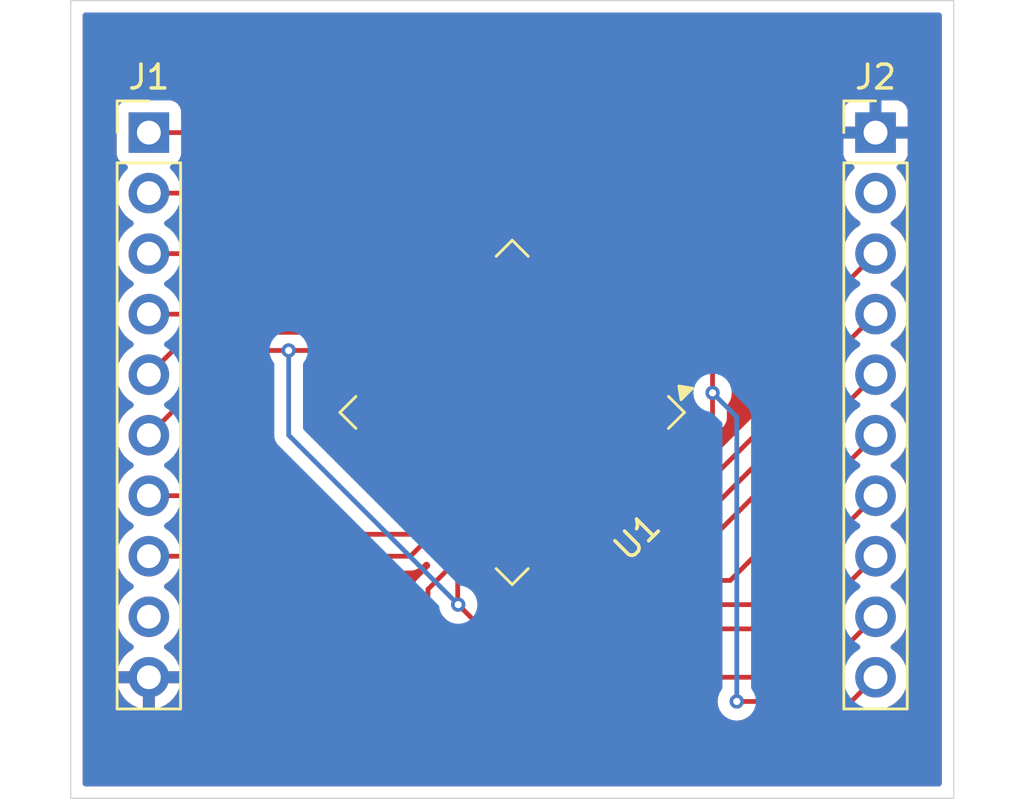
<source format=kicad_pcb>
(kicad_pcb (version 20240108) (generator "pcbnew") (generator_version "8.0")
  (layers (0 "F.Cu" signal) (31 "B.Cu" signal) (34 "B.Paste" user) (35 "F.Paste" user) (36 "B.SilkS" user "B.Silkscreen") (37 "F.SilkS" user "F.Silkscreen") (38 "B.Mask" user) (39 "F.Mask" user) (44 "Edge.Cuts" user))
  (net 0 "")
  (net 47 "/USART3_TX")
  (net 48 "/USART1_TX")
  (net 49 "/USART3_RX")
  (net 50 "/V_CAP")
  (net 51 "/BOOT1")
  (net 52 "/VSS")
  (net 53 "/NRST")
  (net 54 "/USART1_RX")
  (net 55 "/VDD")
  (net 56 "/SWDIO")
  (net 57 "/SWCLK")
  (net 58 "/SWO")
  (net 59 "/USART3_RX_")
  (net 60 "/BOOT0")
  (net 61 "/USART3_TX_")
  (footprint "Connector_PinHeader_2.54mm:PinHeader_1x10_P2.54mm_Vertical" (layer "F.Cu") (at 48.26 165.1)
    (property "Reference" "J2" (at 0 -2.33 0) (layer "F.SilkS"))
    (property "Value" "Conn_01x10_Pin")
    (fp_line (start -1.33 -1.33) (end 0 -1.33) (stroke (width 0.12)) (layer "F.SilkS"))
    (fp_line (start -1.33 0) (end -1.33 -1.33) (stroke (width 0.12)) (layer "F.SilkS"))
    (fp_line (start -1.33 1.27) (end -1.33 24.19) (stroke (width 0.12)) (layer "F.SilkS"))
    (fp_line (start -1.33 1.27) (end 1.33 1.27) (stroke (width 0.12)) (layer "F.SilkS"))
    (fp_line (start -1.33 24.19) (end 1.33 24.19) (stroke (width 0.12)) (layer "F.SilkS"))
    (fp_line (start 1.33 1.27) (end 1.33 24.19) (stroke (width 0.12)) (layer "F.SilkS"))
    (pad "1" thru_hole rect (at 0 0) (size 1.7 1.7) (drill 1) (layers "*.Cu" "*.Mask") (net 52 "/VSS"))
    (pad "2" thru_hole oval (at 0 2.54) (size 1.7 1.7) (drill 1) (layers "*.Cu" "*.Mask"))
    (pad "3" thru_hole oval (at 0 5.08) (size 1.7 1.7) (drill 1) (layers "*.Cu" "*.Mask") (net 60 "/BOOT0"))
    (pad "4" thru_hole oval (at 0 7.62) (size 1.7 1.7) (drill 1) (layers "*.Cu" "*.Mask") (net 58 "/SWO"))
    (pad "5" thru_hole oval (at 0 10.16) (size 1.7 1.7) (drill 1) (layers "*.Cu" "*.Mask") (net 59 "/USART3_RX_"))
    (pad "6" thru_hole oval (at 0 12.7) (size 1.7 1.7) (drill 1) (layers "*.Cu" "*.Mask") (net 61 "/USART3_TX_"))
    (pad "7" thru_hole oval (at 0 15.24) (size 1.7 1.7) (drill 1) (layers "*.Cu" "*.Mask") (net 57 "/SWCLK"))
    (pad "8" thru_hole oval (at 0 17.78) (size 1.7 1.7) (drill 1) (layers "*.Cu" "*.Mask") (net 50 "/V_CAP"))
    (pad "9" thru_hole oval (at 0 20.32) (size 1.7 1.7) (drill 1) (layers "*.Cu" "*.Mask") (net 56 "/SWDIO"))
    (pad "10" thru_hole oval (at 0 22.86) (size 1.7 1.7) (drill 1) (layers "*.Cu" "*.Mask") (net 55 "/VDD"))
  )
  (footprint "Connector_PinHeader_2.54mm:PinHeader_1x10_P2.54mm_Vertical" (layer "F.Cu") (at 17.78 165.1)
    (property "Reference" "J1" (at 0 -2.33 0) (layer "F.SilkS"))
    (property "Value" "Conn_01x10_Pin")
    (fp_line (start -1.33 -1.33) (end 0 -1.33) (stroke (width 0.12)) (layer "F.SilkS"))
    (fp_line (start -1.33 0) (end -1.33 -1.33) (stroke (width 0.12)) (layer "F.SilkS"))
    (fp_line (start -1.33 1.27) (end -1.33 24.19) (stroke (width 0.12)) (layer "F.SilkS"))
    (fp_line (start -1.33 1.27) (end 1.33 1.27) (stroke (width 0.12)) (layer "F.SilkS"))
    (fp_line (start -1.33 24.19) (end 1.33 24.19) (stroke (width 0.12)) (layer "F.SilkS"))
    (fp_line (start 1.33 1.27) (end 1.33 24.19) (stroke (width 0.12)) (layer "F.SilkS"))
    (pad "1" thru_hole rect (at 0 0) (size 1.7 1.7) (drill 1) (layers "*.Cu" "*.Mask") (net 55 "/VDD"))
    (pad "2" thru_hole oval (at 0 2.54) (size 1.7 1.7) (drill 1) (layers "*.Cu" "*.Mask") (net 53 "/NRST"))
    (pad "3" thru_hole oval (at 0 5.08) (size 1.7 1.7) (drill 1) (layers "*.Cu" "*.Mask") (net 51 "/BOOT1"))
    (pad "4" thru_hole oval (at 0 7.62) (size 1.7 1.7) (drill 1) (layers "*.Cu" "*.Mask") (net 47 "/USART3_TX"))
    (pad "5" thru_hole oval (at 0 10.16) (size 1.7 1.7) (drill 1) (layers "*.Cu" "*.Mask") (net 49 "/USART3_RX"))
    (pad "6" thru_hole oval (at 0 12.7) (size 1.7 1.7) (drill 1) (layers "*.Cu" "*.Mask") (net 50 "/V_CAP"))
    (pad "7" thru_hole oval (at 0 15.24) (size 1.7 1.7) (drill 1) (layers "*.Cu" "*.Mask") (net 48 "/USART1_TX"))
    (pad "8" thru_hole oval (at 0 17.78) (size 1.7 1.7) (drill 1) (layers "*.Cu" "*.Mask") (net 54 "/USART1_RX"))
    (pad "9" thru_hole oval (at 0 20.32) (size 1.7 1.7) (drill 1) (layers "*.Cu" "*.Mask"))
    (pad "10" thru_hole oval (at 0 22.86) (size 1.7 1.7) (drill 1) (layers "*.Cu" "*.Mask") (net 52 "/VSS"))
  )
  (footprint "Package_QFP:LQFP-64_10x10mm_P0.5mm" (layer "F.Cu") (at 33.02 176.844481 -135)
    (property "Reference" "U1" (at 0 -7.4 45) (layer "F.SilkS"))
    (property "Value" "STM32F205RETx")
    (fp_line (start 5.11 5.11) (end 5.11 4.16) (stroke (width 0.12)) (layer "F.SilkS"))
    (fp_line (start 4.16 5.11) (end 5.11 5.11) (stroke (width 0.12)) (layer "F.SilkS"))
    (fp_line (start -4.16 5.11) (end -5.11 5.11) (stroke (width 0.12)) (layer "F.SilkS"))
    (fp_line (start -5.11 5.11) (end -5.11 4.16) (stroke (width 0.12)) (layer "F.SilkS"))
    (fp_line (start 5.11 -5.11) (end 5.11 -4.16) (stroke (width 0.12)) (layer "F.SilkS"))
    (fp_line (start 4.16 -5.11) (end 5.11 -5.11) (stroke (width 0.12)) (layer "F.SilkS"))
    (fp_line (start -4.16 -5.11) (end -5.11 -5.11) (stroke (width 0.12)) (layer "F.SilkS"))
    (fp_line (start -5.11 -5.11) (end -5.11 -4.16) (stroke (width 0.12)) (layer "F.SilkS"))
    (fp_poly (pts (xy -5.725 -4.16) (xy -6.065 -4.63) (xy -5.385 -4.629999) (xy -5.725 -4.16)) (stroke (width 0.12)) (fill solid) (layer "F.SilkS"))
    (pad "1" smd roundrect (at -5.675 -3.749999 225) (size 1.55 0.3) (layers "F.Cu" "F.Paste" "F.Mask"))
    (pad "2" smd roundrect (at -5.675 -3.25 225) (size 1.55 0.3) (layers "F.Cu" "F.Paste" "F.Mask"))
    (pad "3" smd roundrect (at -5.675 -2.75 225) (size 1.55 0.3) (layers "F.Cu" "F.Paste" "F.Mask"))
    (pad "4" smd roundrect (at -5.675 -2.25 225) (size 1.55 0.3) (layers "F.Cu" "F.Paste" "F.Mask"))
    (pad "5" smd roundrect (at -5.675 -1.75 225) (size 1.55 0.3) (layers "F.Cu" "F.Paste" "F.Mask"))
    (pad "6" smd roundrect (at -5.675 -1.249999 225) (size 1.55 0.3) (layers "F.Cu" "F.Paste" "F.Mask"))
    (pad "7" smd roundrect (at -5.675 -0.75 225) (size 1.55 0.3) (layers "F.Cu" "F.Paste" "F.Mask") (net 53 "/NRST"))
    (pad "8" smd roundrect (at -5.675 -0.25 225) (size 1.55 0.3) (layers "F.Cu" "F.Paste" "F.Mask"))
    (pad "9" smd roundrect (at -5.675 0.25 225) (size 1.55 0.3) (layers "F.Cu" "F.Paste" "F.Mask"))
    (pad "10" smd roundrect (at -5.675 0.75 225) (size 1.55 0.3) (layers "F.Cu" "F.Paste" "F.Mask"))
    (pad "11" smd roundrect (at -5.675 1.249999 225) (size 1.55 0.3) (layers "F.Cu" "F.Paste" "F.Mask"))
    (pad "12" smd roundrect (at -5.675 1.75 225) (size 1.55 0.3) (layers "F.Cu" "F.Paste" "F.Mask"))
    (pad "13" smd roundrect (at -5.675 2.25 225) (size 1.55 0.3) (layers "F.Cu" "F.Paste" "F.Mask"))
    (pad "14" smd roundrect (at -5.675 2.75 225) (size 1.55 0.3) (layers "F.Cu" "F.Paste" "F.Mask"))
    (pad "15" smd roundrect (at -5.675 3.25 225) (size 1.55 0.3) (layers "F.Cu" "F.Paste" "F.Mask"))
    (pad "16" smd roundrect (at -5.675 3.749999 225) (size 1.55 0.3) (layers "F.Cu" "F.Paste" "F.Mask"))
    (pad "17" smd roundrect (at -3.749999 5.675 225) (size 0.3 1.55) (layers "F.Cu" "F.Paste" "F.Mask"))
    (pad "18" smd roundrect (at -3.25 5.675 225) (size 0.3 1.55) (layers "F.Cu" "F.Paste" "F.Mask") (net 52 "/VSS"))
    (pad "19" smd roundrect (at -2.75 5.675 225) (size 0.3 1.55) (layers "F.Cu" "F.Paste" "F.Mask") (net 55 "/VDD"))
    (pad "20" smd roundrect (at -2.25 5.675 225) (size 0.3 1.55) (layers "F.Cu" "F.Paste" "F.Mask"))
    (pad "21" smd roundrect (at -1.75 5.675 225) (size 0.3 1.55) (layers "F.Cu" "F.Paste" "F.Mask"))
    (pad "22" smd roundrect (at -1.249999 5.675 225) (size 0.3 1.55) (layers "F.Cu" "F.Paste" "F.Mask"))
    (pad "23" smd roundrect (at -0.75 5.675 225) (size 0.3 1.55) (layers "F.Cu" "F.Paste" "F.Mask"))
    (pad "24" smd roundrect (at -0.25 5.675 225) (size 0.3 1.55) (layers "F.Cu" "F.Paste" "F.Mask"))
    (pad "25" smd roundrect (at 0.25 5.675 225) (size 0.3 1.55) (layers "F.Cu" "F.Paste" "F.Mask"))
    (pad "26" smd roundrect (at 0.75 5.675 225) (size 0.3 1.55) (layers "F.Cu" "F.Paste" "F.Mask"))
    (pad "27" smd roundrect (at 1.249999 5.675 225) (size 0.3 1.55) (layers "F.Cu" "F.Paste" "F.Mask"))
    (pad "28" smd roundrect (at 1.75 5.675 225) (size 0.3 1.55) (layers "F.Cu" "F.Paste" "F.Mask") (net 51 "/BOOT1"))
    (pad "29" smd roundrect (at 2.25 5.675 225) (size 0.3 1.55) (layers "F.Cu" "F.Paste" "F.Mask") (net 47 "/USART3_TX"))
    (pad "30" smd roundrect (at 2.75 5.675 225) (size 0.3 1.55) (layers "F.Cu" "F.Paste" "F.Mask") (net 49 "/USART3_RX"))
    (pad "31" smd roundrect (at 3.25 5.675 225) (size 0.3 1.55) (layers "F.Cu" "F.Paste" "F.Mask") (net 50 "/V_CAP"))
    (pad "32" smd roundrect (at 3.749999 5.675 225) (size 0.3 1.55) (layers "F.Cu" "F.Paste" "F.Mask") (net 55 "/VDD"))
    (pad "33" smd roundrect (at 5.675 3.749999 225) (size 1.55 0.3) (layers "F.Cu" "F.Paste" "F.Mask"))
    (pad "34" smd roundrect (at 5.675 3.25 225) (size 1.55 0.3) (layers "F.Cu" "F.Paste" "F.Mask"))
    (pad "35" smd roundrect (at 5.675 2.75 225) (size 1.55 0.3) (layers "F.Cu" "F.Paste" "F.Mask"))
    (pad "36" smd roundrect (at 5.675 2.25 225) (size 1.55 0.3) (layers "F.Cu" "F.Paste" "F.Mask"))
    (pad "37" smd roundrect (at 5.675 1.75 225) (size 1.55 0.3) (layers "F.Cu" "F.Paste" "F.Mask"))
    (pad "38" smd roundrect (at 5.675 1.249999 225) (size 1.55 0.3) (layers "F.Cu" "F.Paste" "F.Mask"))
    (pad "39" smd roundrect (at 5.675 0.75 225) (size 1.55 0.3) (layers "F.Cu" "F.Paste" "F.Mask"))
    (pad "40" smd roundrect (at 5.675 0.25 225) (size 1.55 0.3) (layers "F.Cu" "F.Paste" "F.Mask"))
    (pad "41" smd roundrect (at 5.675 -0.25 225) (size 1.55 0.3) (layers "F.Cu" "F.Paste" "F.Mask"))
    (pad "42" smd roundrect (at 5.675 -0.75 225) (size 1.55 0.3) (layers "F.Cu" "F.Paste" "F.Mask") (net 48 "/USART1_TX"))
    (pad "43" smd roundrect (at 5.675 -1.249999 225) (size 1.55 0.3) (layers "F.Cu" "F.Paste" "F.Mask") (net 54 "/USART1_RX"))
    (pad "44" smd roundrect (at 5.675 -1.75 225) (size 1.55 0.3) (layers "F.Cu" "F.Paste" "F.Mask"))
    (pad "45" smd roundrect (at 5.675 -2.25 225) (size 1.55 0.3) (layers "F.Cu" "F.Paste" "F.Mask"))
    (pad "46" smd roundrect (at 5.675 -2.75 225) (size 1.55 0.3) (layers "F.Cu" "F.Paste" "F.Mask") (net 56 "/SWDIO"))
    (pad "47" smd roundrect (at 5.675 -3.25 225) (size 1.55 0.3) (layers "F.Cu" "F.Paste" "F.Mask") (net 50 "/V_CAP"))
    (pad "48" smd roundrect (at 5.675 -3.749999 225) (size 1.55 0.3) (layers "F.Cu" "F.Paste" "F.Mask") (net 55 "/VDD"))
    (pad "49" smd roundrect (at 3.749999 -5.675 225) (size 0.3 1.55) (layers "F.Cu" "F.Paste" "F.Mask") (net 57 "/SWCLK"))
    (pad "50" smd roundrect (at 3.25 -5.675 225) (size 0.3 1.55) (layers "F.Cu" "F.Paste" "F.Mask"))
    (pad "51" smd roundrect (at 2.75 -5.675 225) (size 0.3 1.55) (layers "F.Cu" "F.Paste" "F.Mask") (net 61 "/USART3_TX_"))
    (pad "52" smd roundrect (at 2.25 -5.675 225) (size 0.3 1.55) (layers "F.Cu" "F.Paste" "F.Mask") (net 59 "/USART3_RX_"))
    (pad "53" smd roundrect (at 1.75 -5.675 225) (size 0.3 1.55) (layers "F.Cu" "F.Paste" "F.Mask"))
    (pad "54" smd roundrect (at 1.249999 -5.675 225) (size 0.3 1.55) (layers "F.Cu" "F.Paste" "F.Mask"))
    (pad "55" smd roundrect (at 0.75 -5.675 225) (size 0.3 1.55) (layers "F.Cu" "F.Paste" "F.Mask") (net 58 "/SWO"))
    (pad "56" smd roundrect (at 0.25 -5.675 225) (size 0.3 1.55) (layers "F.Cu" "F.Paste" "F.Mask"))
    (pad "57" smd roundrect (at -0.25 -5.675 225) (size 0.3 1.55) (layers "F.Cu" "F.Paste" "F.Mask"))
    (pad "58" smd roundrect (at -0.75 -5.675 225) (size 0.3 1.55) (layers "F.Cu" "F.Paste" "F.Mask"))
    (pad "59" smd roundrect (at -1.249999 -5.675 225) (size 0.3 1.55) (layers "F.Cu" "F.Paste" "F.Mask"))
    (pad "60" smd roundrect (at -1.75 -5.675 225) (size 0.3 1.55) (layers "F.Cu" "F.Paste" "F.Mask") (net 60 "/BOOT0"))
    (pad "61" smd roundrect (at -2.25 -5.675 225) (size 0.3 1.55) (layers "F.Cu" "F.Paste" "F.Mask"))
    (pad "62" smd roundrect (at -2.75 -5.675 225) (size 0.3 1.55) (layers "F.Cu" "F.Paste" "F.Mask"))
    (pad "63" smd roundrect (at -3.25 -5.675 225) (size 0.3 1.55) (layers "F.Cu" "F.Paste" "F.Mask") (net 52 "/VSS"))
    (pad "64" smd roundrect (at -3.749999 -5.675 225) (size 0.3 1.55) (layers "F.Cu" "F.Paste" "F.Mask") (net 55 "/VDD"))
  )
  (gr_rect (start 14.5 159.559456) (end 51.54 193.04) (stroke (width 0.05)) (fill none) (layer "Edge.Cuts"))
  (segment (start 27.416179 174.42264) (end 25.713539 172.72) (width 0.2) (layer "F.Cu") (net 47))
  (segment (start 25.713539 172.72) (end 17.78 172.72) (width 0.2) (layer "F.Cu") (net 47))
  (segment (start 23.230566 181.958566) (end 21.612 180.34) (width 0.2) (layer "F.Cu") (net 48))
  (segment (start 21.612 180.34) (end 17.78 180.34) (width 0.2) (layer "F.Cu") (net 48))
  (segment (start 28.966575 181.958566) (end 23.230566 181.958566) (width 0.2) (layer "F.Cu") (net 48))
  (segment (start 29.537499 181.387642) (end 28.966575 181.958566) (width 0.2) (layer "F.Cu") (net 48))
  (segment (start 27.062625 174.776194) (end 25.768431 173.482) (width 0.2) (layer "F.Cu") (net 49))
  (segment (start 19.558 173.482) (end 17.78 175.26) (width 0.2) (layer "F.Cu") (net 49))
  (segment (start 25.768431 173.482) (end 19.558 173.482) (width 0.2) (layer "F.Cu") (net 49))
  (segment (start 30.734342 184.890342) (end 31.772 185.928) (width 0.2) (layer "F.Cu") (net 50))
  (segment (start 21.336 174.244) (end 17.78 177.8) (width 0.2) (layer "F.Cu") (net 50))
  (segment (start 45.212 185.928) (end 48.26 182.88) (width 0.2) (layer "F.Cu") (net 50))
  (segment (start 31.772 185.928) (end 45.212 185.928) (width 0.2) (layer "F.Cu") (net 50))
  (segment (start 30.734342 183.726333) (end 30.734342 184.890342) (width 0.2) (layer "F.Cu") (net 50))
  (segment (start 26.709072 175.129747) (end 25.823325 174.244) (width 0.2) (layer "F.Cu") (net 50))
  (segment (start 31.305266 183.155409) (end 30.734342 183.726333) (width 0.2) (layer "F.Cu") (net 50))
  (segment (start 25.823325 174.244) (end 23.644 174.244) (width 0.2) (layer "F.Cu") (net 50))
  (segment (start 23.644 174.244) (end 21.336 174.244) (width 0.2) (layer "F.Cu") (net 50))
  (via (at 23.644 174.244) (size 0.6) (drill 0.3) (layers "F.Cu" "B.Cu") (net 50))
  (via (at 30.756 184.912) (size 0.6) (drill 0.3) (layers "F.Cu" "B.Cu") (net 50))
  (segment (start 23.644 177.8) (end 30.756 184.912) (width 0.2) (layer "B.Cu") (net 50))
  (segment (start 23.644 174.244) (end 23.644 177.8) (width 0.2) (layer "B.Cu") (net 50))
  (segment (start 23.880645 170.18) (end 17.78 170.18) (width 0.2) (layer "F.Cu") (net 51))
  (segment (start 27.769732 174.069087) (end 23.880645 170.18) (width 0.2) (layer "F.Cu") (net 51))
  (segment (start 38.134085 172.791056) (end 38.134085 168.414085) (width 0.2) (layer "F.Cu") (net 53))
  (segment (start 38.134085 168.414085) (end 37.36 167.64) (width 0.2) (layer "F.Cu") (net 53))
  (segment (start 37.36 167.64) (end 17.78 167.64) (width 0.2) (layer "F.Cu") (net 53))
  (segment (start 37.563161 173.36198) (end 38.134085 172.791056) (width 0.2) (layer "F.Cu") (net 53))
  (segment (start 28.752247 182.88) (end 29.891052 181.741195) (width 0.2) (layer "F.Cu") (net 54))
  (segment (start 17.78 182.88) (end 28.752247 182.88) (width 0.2) (layer "F.Cu") (net 54))
  (segment (start 47.244 188.976) (end 48.26 187.96) (width 0.2) (layer "F.Cu") (net 55))
  (segment (start 40.256338 178.205662) (end 39.684481 178.205662) (width 0.2) (layer "F.Cu") (net 55))
  (segment (start 38.516819 177.038) (end 38.122 177.038) (width 0.2) (layer "F.Cu") (net 55))
  (segment (start 39.684481 178.205662) (end 38.516819 177.038) (width 0.2) (layer "F.Cu") (net 55))
  (segment (start 41.424 176.022) (end 41.424 167.894) (width 0.2) (layer "F.Cu") (net 55))
  (segment (start 31.658819 183.508962) (end 38.122 177.045781) (width 0.2) (layer "F.Cu") (net 55))
  (segment (start 41.424 177.038) (end 40.256338 178.205662) (width 0.2) (layer "F.Cu") (net 55))
  (segment (start 38.63 165.1) (end 17.78 165.1) (width 0.2) (layer "F.Cu") (net 55))
  (segment (start 42.44 188.976) (end 47.244 188.976) (width 0.2) (layer "F.Cu") (net 55))
  (segment (start 34.058 173.993393) (end 34.058 177.038) (width 0.2) (layer "F.Cu") (net 55))
  (segment (start 30.951713 170.887106) (end 34.058 173.993393) (width 0.2) (layer "F.Cu") (net 55))
  (segment (start 41.424 167.894) (end 38.63 165.1) (width 0.2) (layer "F.Cu") (net 55))
  (segment (start 41.424 176.022) (end 41.424 177.038) (width 0.2) (layer "F.Cu") (net 55))
  (segment (start 27.910219 177.038) (end 26.355519 175.4833) (width 0.2) (layer "F.Cu") (net 55))
  (segment (start 34.058 177.038) (end 27.910219 177.038) (width 0.2) (layer "F.Cu") (net 55))
  (segment (start 38.122 177.045781) (end 38.122 177.038) (width 0.2) (layer "F.Cu") (net 55))
  (segment (start 38.122 177.038) (end 34.058 177.038) (width 0.2) (layer "F.Cu") (net 55))
  (via (at 41.424 176.022) (size 0.6) (drill 0.3) (layers "F.Cu" "B.Cu") (net 55))
  (via (at 42.44 188.976) (size 0.6) (drill 0.3) (layers "F.Cu" "B.Cu") (net 55))
  (segment (start 42.44 177.038) (end 42.44 188.976) (width 0.2) (layer "B.Cu") (net 55))
  (segment (start 41.424 176.022) (end 42.44 177.038) (width 0.2) (layer "B.Cu") (net 55))
  (segment (start 29.486 184.912) (end 32.534 187.96) (width 0.2) (layer "F.Cu") (net 56))
  (segment (start 45.72 187.96) (end 48.26 185.42) (width 0.2) (layer "F.Cu") (net 56))
  (segment (start 30.951713 182.801856) (end 29.486 184.267569) (width 0.2) (layer "F.Cu") (net 56))
  (segment (start 29.486 184.267569) (end 29.486 184.912) (width 0.2) (layer "F.Cu") (net 56))
  (segment (start 32.534 187.96) (end 45.72 187.96) (width 0.2) (layer "F.Cu") (net 56))
  (segment (start 34.381181 183.508962) (end 35.784219 184.912) (width 0.2) (layer "F.Cu") (net 57))
  (segment (start 43.688 184.912) (end 48.26 180.34) (width 0.2) (layer "F.Cu") (net 57))
  (segment (start 35.784219 184.912) (end 43.688 184.912) (width 0.2) (layer "F.Cu") (net 57))
  (segment (start 45.996 176.276) (end 45.996 174.984) (width 0.2) (layer "F.Cu") (net 58))
  (segment (start 36.502501 181.387642) (end 37.073425 181.958566) (width 0.2) (layer "F.Cu") (net 58))
  (segment (start 45.996 174.984) (end 48.26 172.72) (width 0.2) (layer "F.Cu") (net 58))
  (segment (start 40.313434 181.958566) (end 45.996 176.276) (width 0.2) (layer "F.Cu") (net 58))
  (segment (start 37.073425 181.958566) (end 40.313434 181.958566) (width 0.2) (layer "F.Cu") (net 58))
  (segment (start 36.012765 183.019226) (end 40.500774 183.019226) (width 0.2) (layer "F.Cu") (net 59))
  (segment (start 35.441841 182.448302) (end 36.012765 183.019226) (width 0.2) (layer "F.Cu") (net 59))
  (segment (start 40.500774 183.019226) (end 48.26 175.26) (width 0.2) (layer "F.Cu") (net 59))
  (segment (start 38.841192 180.190799) (end 40.811201 180.190799) (width 0.2) (layer "F.Cu") (net 60))
  (segment (start 40.811201 180.190799) (end 43.964 177.038) (width 0.2) (layer "F.Cu") (net 60))
  (segment (start 38.270268 179.619875) (end 38.841192 180.190799) (width 0.2) (layer "F.Cu") (net 60))
  (segment (start 43.964 174.476) (end 48.26 170.18) (width 0.2) (layer "F.Cu") (net 60))
  (segment (start 43.964 177.038) (end 43.964 174.476) (width 0.2) (layer "F.Cu") (net 60))
  (segment (start 42.164 183.896) (end 48.26 177.8) (width 0.2) (layer "F.Cu") (net 61))
  (segment (start 35.088287 182.801856) (end 36.182431 183.896) (width 0.2) (layer "F.Cu") (net 61))
  (segment (start 36.182431 183.896) (end 42.164 183.896) (width 0.2) (layer "F.Cu") (net 61))
  (zone (net 52) (net_name "/VSS") (layers "F&B.Cu") (name "VSS") (connect_pads (clearance 0.5)) (min_thickness 0.25) (fill yes (thermal_gap 0.5) (thermal_bridge_width 0.5))
    (polygon (pts (xy 14.5 193.04) (xy 14.5 159.559456) (xy 51.54 159.559456) (xy 51.54 193.04)))
  )
)
</source>
